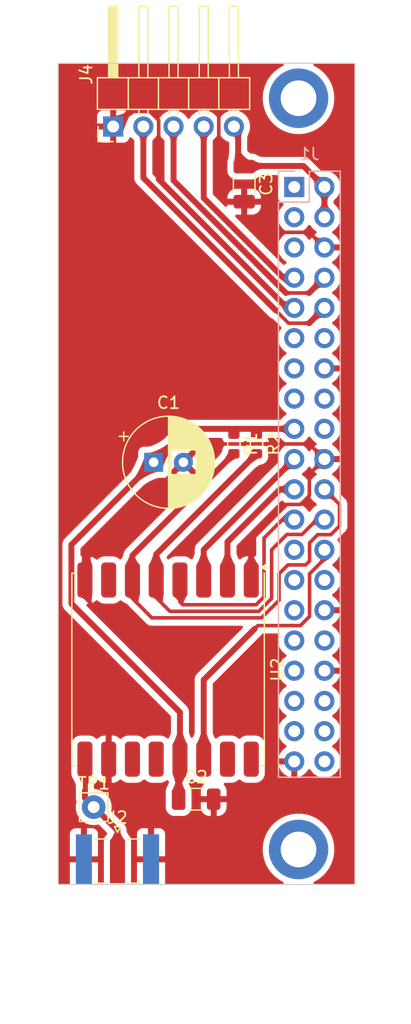
<source format=kicad_pcb>
(kicad_pcb (version 20221018) (generator pcbnew)
  (layers (0 "F.Cu" signal) (31 "B.Cu" signal) (34 "B.Paste" user) (35 "F.Paste" user) (36 "B.SilkS" user "B.Silkscreen") (37 "F.SilkS" user "F.Silkscreen") (38 "B.Mask" user) (39 "F.Mask" user) (44 "Edge.Cuts" user))
  (net 0 "")
  (net 1 "+3V3")
  (net 2 "GND")
  (net 3 "+5V")
  (net 15 "/IRQ")
  (net 16 "/RESET")
  (net 17 "/SPI0_MOSI")
  (net 18 "/SPI0_MISO")
  (net 20 "/SPI0_CLK")
  (net 21 "/SPI0_CS0")
  (net 27 "/U_RX")
  (net 28 "/U_TX")
  (net 29 "/PPS_IN")
  (net 33 "Net-(J2-In)")
  (footprint "Resistor_SMD:R_0603_1608Metric" (layer "F.Cu") (at 171.705 112.99 -90)
    (fp_text reference "R2" (at 0 -1.43 90) (layer "F.SilkS"))
    (fp_text value "104")
    (fp_line (start -0.237258 -0.5225) (end 0.237258 -0.5225) (stroke (width 0.12)) (layer "F.SilkS"))
    (fp_line (start -0.237258 0.5225) (end 0.237258 0.5225) (stroke (width 0.12)) (layer "F.SilkS"))
    (pad "1" smd roundrect (at -0.825 0 270) (size 0.8 0.95) (layers "F.Cu" "F.Paste" "F.Mask") (net 1 "+3V3"))
    (pad "2" smd roundrect (at 0.825 0 270) (size 0.8 0.95) (layers "F.Cu" "F.Paste" "F.Mask") (net 21 "/SPI0_CS0"))
  )
  (footprint "Resistor_SMD:R_0603_1608Metric" (layer "F.Cu") (at 169.8 112.99 -90)
    (fp_text reference "R1" (at 0 -1.43 90) (layer "F.SilkS"))
    (fp_text value "104")
    (fp_line (start -0.237258 -0.5225) (end 0.237258 -0.5225) (stroke (width 0.12)) (layer "F.SilkS"))
    (fp_line (start -0.237258 0.5225) (end 0.237258 0.5225) (stroke (width 0.12)) (layer "F.SilkS"))
    (pad "1" smd roundrect (at -0.825 0 270) (size 0.8 0.95) (layers "F.Cu" "F.Paste" "F.Mask") (net 1 "+3V3"))
    (pad "2" smd roundrect (at 0.825 0 270) (size 0.8 0.95) (layers "F.Cu" "F.Paste" "F.Mask") (net 16 "/RESET"))
  )
  (footprint "Connector_Coaxial:SMA_Samtec_SMA-J-P-X-ST-EM1_EdgeMount" (layer "F.Cu") (at 160 147.8875)
    (fp_text reference "J2" (at 0 -3.5) (layer "F.SilkS"))
    (fp_text value "Conn_Coaxial")
    (fp_line (start -1.95 -1.71) (end -0.84 -1.71) (stroke (width 0.12)) (layer "F.SilkS"))
    (fp_line (start -1.95 2) (end -0.84 2) (stroke (width 0.12)) (layer "F.SilkS"))
    (fp_line (start -0.25 -2.76) (end 0 -2.26) (stroke (width 0.12)) (layer "F.SilkS"))
    (fp_line (start 0 -2.26) (end 0.25 -2.76) (stroke (width 0.12)) (layer "F.SilkS"))
    (fp_line (start 0.25 -2.76) (end -0.25 -2.76) (stroke (width 0.12)) (layer "F.SilkS"))
    (fp_line (start 0.84 -1.71) (end 1.95 -1.71) (stroke (width 0.12)) (layer "F.SilkS"))
    (fp_line (start 0.84 2) (end 1.95 2) (stroke (width 0.12)) (layer "F.SilkS"))
    (pad "1" smd rect (at 0 0.2) (size 1.27 3.6) (layers "F.Cu" "F.Paste" "F.Mask") (net 33 "Net-(J2-In)"))
    (pad "2" smd rect (at -2.825 0) (size 1.35 4.2) (layers "F.Cu" "F.Paste" "F.Mask") (net 2 "GND"))
    (pad "2" smd rect (at -2.825 0) (size 1.35 4.2) (layers "B.Cu" "B.Paste" "B.Mask") (net 2 "GND"))
    (pad "2" smd rect (at 2.825 0) (size 1.35 4.2) (layers "F.Cu" "F.Paste" "F.Mask") (net 2 "GND"))
    (pad "2" smd rect (at 2.825 0) (size 1.35 4.2) (layers "B.Cu" "B.Paste" "B.Mask") (net 2 "GND"))
  )
  (footprint "Connector_PinHeader_2.54mm:PinHeader_1x05_P2.54mm_Horizontal" (layer "F.Cu") (at 159.64 86.32 90)
    (fp_text reference "J4" (at 4.385 -2.27 90) (layer "F.SilkS"))
    (fp_text value "Conn_01x05_Pin")
    (fp_line (start -1.27 -1.27) (end 0 -1.27) (stroke (width 0.12)) (layer "F.SilkS"))
    (fp_line (start -1.27 0) (end -1.27 -1.27) (stroke (width 0.12)) (layer "F.SilkS"))
    (fp_line (start 1.042929 2.16) (end 1.44 2.16) (stroke (width 0.12)) (layer "F.SilkS"))
    (fp_line (start 1.042929 2.92) (end 1.44 2.92) (stroke (width 0.12)) (layer "F.SilkS"))
    (fp_line (start 1.042929 4.7) (end 1.44 4.7) (stroke (width 0.12)) (layer "F.SilkS"))
    (fp_line (start 1.042929 5.46) (end 1.44 5.46) (stroke (width 0.12)) (layer "F.SilkS"))
    (fp_line (start 1.042929 7.24) (end 1.44 7.24) (stroke (width 0.12)) (layer "F.SilkS"))
    (fp_line (start 1.042929 8) (end 1.44 8) (stroke (width 0.12)) (layer "F.SilkS"))
    (fp_line (start 1.042929 9.78) (end 1.44 9.78) (stroke (width 0.12)) (layer "F.SilkS"))
    (fp_line (start 1.042929 10.54) (end 1.44 10.54) (stroke (width 0.12)) (layer "F.SilkS"))
    (fp_line (start 1.11 -0.38) (end 1.44 -0.38) (stroke (width 0.12)) (layer "F.SilkS"))
    (fp_line (start 1.11 0.38) (end 1.44 0.38) (stroke (width 0.12)) (layer "F.SilkS"))
    (fp_line (start 1.44 -1.33) (end 1.44 11.49) (stroke (width 0.12)) (layer "F.SilkS"))
    (fp_line (start 1.44 1.27) (end 4.1 1.27) (stroke (width 0.12)) (layer "F.SilkS"))
    (fp_line (start 1.44 3.81) (end 4.1 3.81) (stroke (width 0.12)) (layer "F.SilkS"))
    (fp_line (start 1.44 6.35) (end 4.1 6.35) (stroke (width 0.12)) (layer "F.SilkS"))
    (fp_line (start 1.44 8.89) (end 4.1 8.89) (stroke (width 0.12)) (layer "F.SilkS"))
    (fp_line (start 1.44 11.49) (end 4.1 11.49) (stroke (width 0.12)) (layer "F.SilkS"))
    (fp_line (start 4.1 -1.33) (end 1.44 -1.33) (stroke (width 0.12)) (layer "F.SilkS"))
    (fp_line (start 4.1 -0.38) (end 10.1 -0.38) (stroke (width 0.12)) (layer "F.SilkS"))
    (fp_line (start 4.1 -0.32) (end 10.1 -0.32) (stroke (width 0.12)) (layer "F.SilkS"))
    (fp_line (start 4.1 -0.2) (end 10.1 -0.2) (stroke (width 0.12)) (layer "F.SilkS"))
    (fp_line (start 4.1 -0.08) (end 10.1 -0.08) (stroke (width 0.12)) (layer "F.SilkS"))
    (fp_line (start 4.1 0.04) (end 10.1 0.04) (stroke (width 0.12)) (layer "F.SilkS"))
    (fp_line (start 4.1 0.16) (end 10.1 0.16) (stroke (width 0.12)) (layer "F.SilkS"))
    (fp_line (start 4.1 0.28) (end 10.1 0.28) (stroke (width 0.12)) (layer "F.SilkS"))
    (fp_line (start 4.1 2.16) (end 10.1 2.16) (stroke (width 0.12)) (layer "F.SilkS"))
    (fp_line (start 4.1 4.7) (end 10.1 4.7) (stroke (width 0.12)) (layer "F.SilkS"))
    (fp_line (start 4.1 7.24) (end 10.1 7.24) (stroke (width 0.12)) (layer "F.SilkS"))
    (fp_line (start 4.1 9.78) (end 10.1 9.78) (stroke (width 0.12)) (layer "F.SilkS"))
    (fp_line (start 4.1 11.49) (end 4.1 -1.33) (stroke (width 0.12)) (layer "F.SilkS"))
    (fp_line (start 10.1 -0.38) (end 10.1 0.38) (stroke (width 0.12)) (layer "F.SilkS"))
    (fp_line (start 10.1 0.38) (end 4.1 0.38) (stroke (width 0.12)) (layer "F.SilkS"))
    (fp_line (start 10.1 2.16) (end 10.1 2.92) (stroke (width 0.12)) (layer "F.SilkS"))
    (fp_line (start 10.1 2.92) (end 4.1 2.92) (stroke (width 0.12)) (layer "F.SilkS"))
    (fp_line (start 10.1 4.7) (end 10.1 5.46) (stroke (width 0.12)) (layer "F.SilkS"))
    (fp_line (start 10.1 5.46) (end 4.1 5.46) (stroke (width 0.12)) (layer "F.SilkS"))
    (fp_line (start 10.1 7.24) (end 10.1 8) (stroke (width 0.12)) (layer "F.SilkS"))
    (fp_line (start 10.1 8) (end 4.1 8) (stroke (width 0.12)) (layer "F.SilkS"))
    (fp_line (start 10.1 9.78) (end 10.1 10.54) (stroke (width 0.12)) (layer "F.SilkS"))
    (fp_line (start 10.1 10.54) (end 4.1 10.54) (stroke (width 0.12)) (layer "F.SilkS"))
    (pad "1" thru_hole rect (at 0 0 90) (size 1.7 1.7) (drill 1) (layers "*.Cu" "*.Mask") (net 2 "GND"))
    (pad "2" thru_hole oval (at 0 2.54 90) (size 1.7 1.7) (drill 1) (layers "*.Cu" "*.Mask") (net 27 "/U_RX"))
    (pad "3" thru_hole oval (at 0 5.08 90) (size 1.7 1.7) (drill 1) (layers "*.Cu" "*.Mask") (net 28 "/U_TX"))
    (pad "4" thru_hole oval (at 0 7.62 90) (size 1.7 1.7) (drill 1) (layers "*.Cu" "*.Mask") (net 29 "/PPS_IN"))
    (pad "5" thru_hole oval (at 0 10.16 90) (size 1.7 1.7) (drill 1) (layers "*.Cu" "*.Mask") (net 3 "+5V"))
  )
  (footprint "Capacitor_SMD:C_1206_3216Metric" (layer "F.Cu") (at 166.625 142.835)
    (fp_text reference "C2" (at 0 -1.85) (layer "F.SilkS"))
    (fp_text value "106")
    (fp_line (start -0.711252 -0.91) (end 0.711252 -0.91) (stroke (width 0.12)) (layer "F.SilkS"))
    (fp_line (start -0.711252 0.91) (end 0.711252 0.91) (stroke (width 0.12)) (layer "F.SilkS"))
    (pad "1" smd roundrect (at -1.475 0) (size 1.15 1.8) (layers "F.Cu" "F.Paste" "F.Mask") (roundrect_rratio 0.2173913043) (net 1 "+3V3"))
    (pad "2" smd roundrect (at 1.475 0) (size 1.15 1.8) (layers "F.Cu" "F.Paste" "F.Mask") (roundrect_rratio 0.2173913043) (net 2 "GND"))
  )
  (footprint "Capacitor_THT:CP_Radial_D7.5mm_P2.50mm" (layer "F.Cu") (at 163.048 114.528)
    (fp_text reference "C1" (at 1.25 -5) (layer "F.SilkS"))
    (fp_text value "47uF")
    (fp_line (start -2.892211 -2.175) (end -2.142211 -2.175) (stroke (width 0.12)) (layer "F.SilkS"))
    (fp_line (start -2.517211 -2.55) (end -2.517211 -1.8) (stroke (width 0.12)) (layer "F.SilkS"))
    (fp_line (start 1.25 -3.83) (end 1.25 3.83) (stroke (width 0.12)) (layer "F.SilkS"))
    (fp_line (start 1.29 -3.83) (end 1.29 3.83) (stroke (width 0.12)) (layer "F.SilkS"))
    (fp_line (start 1.33 -3.83) (end 1.33 3.83) (stroke (width 0.12)) (layer "F.SilkS"))
    (fp_line (start 1.37 -3.829) (end 1.37 3.829) (stroke (width 0.12)) (layer "F.SilkS"))
    (fp_line (start 1.41 -3.827) (end 1.41 3.827) (stroke (width 0.12)) (layer "F.SilkS"))
    (fp_line (start 1.45 -3.825) (end 1.45 3.825) (stroke (width 0.12)) (layer "F.SilkS"))
    (fp_line (start 1.49 -3.823) (end 1.49 -1.04) (stroke (width 0.12)) (layer "F.SilkS"))
    (fp_line (start 1.49 1.04) (end 1.49 3.823) (stroke (width 0.12)) (layer "F.SilkS"))
    (fp_line (start 1.53 -3.82) (end 1.53 -1.04) (stroke (width 0.12)) (layer "F.SilkS"))
    (fp_line (start 1.53 1.04) (end 1.53 3.82) (stroke (width 0.12)) (layer "F.SilkS"))
    (fp_line (start 1.57 -3.817) (end 1.57 -1.04) (stroke (width 0.12)) (layer "F.SilkS"))
    (fp_line (start 1.57 1.04) (end 1.57 3.817) (stroke (width 0.12)) (layer "F.SilkS"))
    (fp_line (start 1.61 -3.814) (end 1.61 -1.04) (stroke (width 0.12)) (layer "F.SilkS"))
    (fp_line (start 1.61 1.04) (end 1.61 3.814) (stroke (width 0.12)) (layer "F.SilkS"))
    (fp_line (start 1.65 -3.81) (end 1.65 -1.04) (stroke (width 0.12)) (layer "F.SilkS"))
    (fp_line (start 1.65 1.04) (end 1.65 3.81) (stroke (width 0.12)) (layer "F.SilkS"))
    (fp_line (start 1.69 -3.805) (end 1.69 -1.04) (stroke (width 0.12)) (layer "F.SilkS"))
    (fp_line (start 1.69 1.04) (end 1.69 3.805) (stroke (width 0.12)) (layer "F.SilkS"))
    (fp_line (start 1.73 -3.801) (end 1.73 -1.04) (stroke (width 0.12)) (layer "F.SilkS"))
    (fp_line (start 1.73 1.04) (end 1.73 3.801) (stroke (width 0.12)) (layer "F.SilkS"))
    (fp_line (start 1.77 -3.795) (end 1.77 -1.04) (stroke (width 0.12)) (layer "F.SilkS"))
    (fp_line (start 1.77 1.04) (end 1.77 3.795) (stroke (width 0.12)) (layer "F.SilkS"))
    (fp_line (start 1.81 -3.79) (end 1.81 -1.04) (stroke (width 0.12)) (layer "F.SilkS"))
    (fp_line (start 1.81 1.04) (end 1.81 3.79) (stroke (width 0.12)) (layer "F.SilkS"))
    (fp_line (start 1.85 -3.784) (end 1.85 -1.04) (stroke (width 0.12)) (layer "F.SilkS"))
    (fp_line (start 1.85 1.04) (end 1.85 3.784) (stroke (width 0.12)) (layer "F.SilkS"))
    (fp_line (start 1.89 -3.777) (end 1.89 -1.04) (stroke (width 0.12)) (layer "F.SilkS"))
    (fp_line (start 1.89 1.04) (end 1.89 3.777) (stroke (width 0.12)) (layer "F.SilkS"))
    (fp_line (start 1.93 -3.77) (end 1.93 -1.04) (stroke (width 0.12)) (layer "F.SilkS"))
    (fp_line (start 1.93 1.04) (end 1.93 3.77) (stroke (width 0.12)) (layer "F.SilkS"))
    (fp_line (start 1.971 -3.763) (end 1.971 -1.04) (stroke (width 0.12)) (layer "F.SilkS"))
    (fp_line (start 1.971 1.04) (end 1.971 3.763) (stroke (width 0.12)) (layer "F.SilkS"))
    (fp_line (start 2.011 -3.755) (end 2.011 -1.04) (stroke (width 0.12)) (layer "F.SilkS"))
    (fp_line (start 2.011 1.04) (end 2.011 3.755) (stroke (width 0.12)) (layer "F.SilkS"))
    (fp_line (start 2.051 -3.747) (end 2.051 -1.04) (stroke (width 0.12)) (layer "F.SilkS"))
    (fp_line (start 2.051 1.04) (end 2.051 3.747) (stroke (width 0.12)) (layer "F.SilkS"))
    (fp_line (start 2.091 -3.738) (end 2.091 -1.04) (stroke (width 0.12)) (layer "F.SilkS"))
    (fp_line (start 2.091 1.04) (end 2.091 3.738) (stroke (width 0.12)) (layer "F.SilkS"))
    (fp_line (start 2.131 -3.729) (end 2.131 -1.04) (stroke (width 0.12)) (layer "F.SilkS"))
    (fp_line (start 2.131 1.04) (end 2.131 3.729) (stroke (width 0.12)) (layer "F.SilkS"))
    (fp_line (start 2.171 -3.72) (end 2.171 -1.04) (stroke (width 0.12)) (layer "F.SilkS"))
    (fp_line (start 2.171 1.04) (end 2.171 3.72) (stroke (width 0.12)) (layer "F.SilkS"))
    (fp_line (start 2.211 -3.71) (end 2.211 -1.04) (stroke (width 0.12)) (layer "F.SilkS"))
    (fp_line (start 2.211 1.04) (end 2.211 3.71) (stroke (width 0.12)) (layer "F.SilkS"))
    (fp_line (start 2.251 -3.699) (end 2.251 -1.04) (stroke (width 0.12)) (layer "F.SilkS"))
    (fp_line (start 2.251 1.04) (end 2.251 3.699) (stroke (width 0.12)) (layer "F.SilkS"))
    (fp_line (start 2.291 -3.688) (end 2.291 -1.04) (stroke (width 0.12)) (layer "F.SilkS"))
    (fp_line (start 2.291 1.04) (end 2.291 3.688) (stroke (width 0.12)) (layer "F.SilkS"))
    (fp_line (start 2.331 -3.677) (end 2.331 -1.04) (stroke (width 0.12)) (layer "F.SilkS"))
    (fp_line (start 2.331 1.04) (end 2.331 3.677) (stroke (width 0.12)) (layer "F.SilkS"))
    (fp_line (start 2.371 -3.665) (end 2.371 -1.04) (stroke (width 0.12)) (layer "F.SilkS"))
    (fp_line (start 2.371 1.04) (end 2.371 3.665) (stroke (width 0.12)) (layer "F.SilkS"))
    (fp_line (start 2.411 -3.653) (end 2.411 -1.04) (stroke (width 0.12)) (layer "F.SilkS"))
    (fp_line (start 2.411 1.04) (end 2.411 3.653) (stroke (width 0.12)) (layer "F.SilkS"))
    (fp_line (start 2.451 -3.64) (end 2.451 -1.04) (stroke (width 0.12)) (layer "F.SilkS"))
    (fp_line (start 2.451 1.04) (end 2.451 3.64) (stroke (width 0.12)) (layer "F.SilkS"))
    (fp_line (start 2.491 -3.626) (end 2.491 -1.04) (stroke (width 0.12)) (layer "F.SilkS"))
    (fp_line (start 2.491 1.04) (end 2.491 3.626) (stroke (width 0.12)) (layer "F.SilkS"))
    (fp_line (start 2.531 -3.613) (end 2.531 -1.04) (stroke (width 0.12)) (layer "F.SilkS"))
    (fp_line (start 2.531 1.04) (end 2.531 3.613) (stroke (width 0.12)) (layer "F.SilkS"))
    (fp_line (start 2.571 -3.598) (end 2.571 -1.04) (stroke (width 0.12)) (layer "F.SilkS"))
    (fp_line (start 2.571 1.04) (end 2.571 3.598) (stroke (width 0.12)) (layer "F.SilkS"))
    (fp_line (start 2.611 -3.584) (end 2.611 -1.04) (stroke (width 0.12)) (layer "F.SilkS"))
    (fp_line (start 2.611 1.04) (end 2.611 3.584) (stroke (width 0.12)) (layer "F.SilkS"))
    (fp_line (start 2.651 -3.568) (end 2.651 -1.04) (stroke (width 0.12)) (layer "F.SilkS"))
    (fp_line (start 2.651 1.04) (end 2.651 3.568) (stroke (width 0.12)) (layer "F.SilkS"))
    (fp_line (start 2.691 -3.553) (end 2.691 -1.04) (stroke (width 0.12)) (layer "F.SilkS"))
    (fp_line (start 2.691 1.04) (end 2.691 3.553) (stroke (width 0.12)) (layer "F.SilkS"))
    (fp_line (start 2.731 -3.536) (end 2.731 -1.04) (stroke (width 0.12)) (layer "F.SilkS"))
    (fp_line (start 2.731 1.04) (end 2.731 3.536) (stroke (width 0.12)) (layer "F.SilkS"))
    (fp_line (start 2.771 -3.52) (end 2.771 -1.04) (stroke (width 0.12)) (layer "F.SilkS"))
    (fp_line (start 2.771 1.04) (end 2.771 3.52) (stroke (width 0.12)) (layer "F.SilkS"))
    (fp_line (start 2.811 -3.502) (end 2.811 -1.04) (stroke (width 0.12)) (layer "F.SilkS"))
    (fp_line (start 2.811 1.04) (end 2.811 3.502) (stroke (width 0.12)) (layer "F.SilkS"))
    (fp_line (start 2.851 -3.484) (end 2.851 -1.04) (stroke (width 0.12)) (layer "F.SilkS"))
    (fp_line (start 2.851 1.04) (end 2.851 3.484) (stroke (width 0.12)) (layer "F.SilkS"))
    (fp_line (start 2.891 -3.466) (end 2.891 -1.04) (stroke (width 0.12)) (layer "F.SilkS"))
    (fp_line (start 2.891 1.04) (end 2.891 3.466) (stroke (width 0.12)) (layer "F.SilkS"))
    (fp_line (start 2.931 -3.447) (end 2.931 -1.04) (stroke (width 0.12)) (layer "F.SilkS"))
    (fp_line (start 2.931 1.04) (end 2.931 3.447) (stroke (width 0.12)) (layer "F.SilkS"))
    (fp_line (start 2.971 -3.427) (end 2.971 -1.04) (stroke (width 0.12)) (layer "F.SilkS"))
    (fp_line (start 2.971 1.04) (end 2.971 3.427) (stroke (width 0.12)) (layer "F.SilkS"))
    (fp_line (start 3.011 -3.407) (end 3.011 -1.04) (stroke (width 0.12)) (layer "F.SilkS"))
    (fp_line (start 3.011 1.04) (end 3.011 3.407) (stroke (width 0.12)) (layer "F.SilkS"))
    (fp_line (start 3.051 -3.386) (end 3.051 -1.04) (stroke (width 0.12)) (layer "F.SilkS"))
    (fp_line (start 3.051 1.04) (end 3.051 3.386) (stroke (width 0.12)) (layer "F.SilkS"))
    (fp_line (start 3.091 -3.365) (end 3.091 -1.04) (stroke (width 0.12)) (layer "F.SilkS"))
    (fp_line (start 3.091 1.04) (end 3.091 3.365) (stroke (width 0.12)) (layer "F.SilkS"))
    (fp_line (start 3.131 -3.343) (end 3.131 -1.04) (stroke (width 0.12)) (layer "F.SilkS"))
    (fp_line (start 3.131 1.04) (end 3.131 3.343) (stroke (width 0.12)) (layer "F.SilkS"))
    (fp_line (start 3.171 -3.321) (end 3.171 -1.04) (stroke (width 0.12)) (layer "F.SilkS"))
    (fp_line (start 3.171 1.04) (end 3.171 3.321) (stroke (width 0.12)) (layer "F.SilkS"))
    (fp_line (start 3.211 -3.297) (end 3.211 -1.04) (stroke (width 0.12)) (layer "F.SilkS"))
    (fp_line (start 3.211 1.04) (end 3.211 3.297) (stroke (width 0.12)) (layer "F.SilkS"))
    (fp_line (start 3.251 -3.274) (end 3.251 -1.04) (stroke (width 0.12)) (layer "F.SilkS"))
    (fp_line (start 3.251 1.04) (end 3.251 3.274) (stroke (width 0.12)) (layer "F.SilkS"))
    (fp_line (start 3.291 -3.249) (end 3.291 -1.04) (stroke (width 0.12)) (layer "F.SilkS"))
    (fp_line (start 3.291 1.04) (end 3.291 3.249) (stroke (width 0.12)) (layer "F.SilkS"))
    (fp_line (start 3.331 -3.224) (end 3.331 -1.04) (stroke (width 0.12)) (layer "F.SilkS"))
    (fp_line (start 3.331 1.04) (end 3.331 3.224) (stroke (width 0.12)) (layer "F.SilkS"))
    (fp_line (start 3.371 -3.198) (end 3.371 -1.04) (stroke (width 0.12)) (layer "F.SilkS"))
    (fp_line (start 3.371 1.04) (end 3.371 3.198) (stroke (width 0.12)) (layer "F.SilkS"))
    (fp_line (start 3.411 -3.172) (end 3.411 -1.04) (stroke (width 0.12)) (layer "F.SilkS"))
    (fp_line (start 3.411 1.04) (end 3.411 3.172) (stroke (width 0.12)) (layer "F.SilkS"))
    (fp_line (start 3.451 -3.144) (end 3.451 -1.04) (stroke (width 0.12)) (layer "F.SilkS"))
    (fp_line (start 3.451 1.04) (end 3.451 3.144) (stroke (width 0.12)) (layer "F.SilkS"))
    (fp_line (start 3.491 -3.116) (end 3.491 -1.04) (stroke (width 0.12)) (layer "F.SilkS"))
    (fp_line (start 3.491 1.04) (end 3.491 3.116) (stroke (width 0.12)) (layer "F.SilkS"))
    (fp_line (start 3.531 -3.088) (end 3.531 -1.04) (stroke (width 0.12)) (layer "F.SilkS"))
    (fp_line (start 3.531 1.04) (end 3.531 3.088) (stroke (width 0.12)) (layer "F.SilkS"))
    (fp_line (start 3.571 -3.058) (end 3.571 3.058) (stroke (width 0.12)) (layer "F.SilkS"))
    (fp_line (start 3.611 -3.028) (end 3.611 3.028) (stroke (width 0.12)) (layer "F.SilkS"))
    (fp_line (start 3.651 -2.996) (end 3.651 2.996) (stroke (width 0.12)) (layer "F.SilkS"))
    (fp_line (start 3.691 -2.964) (end 3.691 2.964) (stroke (width 0.12)) (layer "F.SilkS"))
    (fp_line (start 3.731 -2.931) (end 3.731 2.931) (stroke (width 0.12)) (layer "F.SilkS"))
    (fp_line (start 3.771 -2.898) (end 3.771 2.898) (stroke (width 0.12)) (layer "F.SilkS"))
    (fp_line (start 3.811 -2.863) (end 3.811 2.863) (stroke (width 0.12)) (layer "F.SilkS"))
    (fp_line (start 3.851 -2.827) (end 3.851 2.827) (stroke (width 0.12)) (layer "F.SilkS"))
    (fp_line (start 3.891 -2.79) (end 3.891 2.79) (stroke (width 0.12)) (layer "F.SilkS"))
    (fp_line (start 3.931 -2.752) (end 3.931 2.752) (stroke (width 0.12)) (layer "F.SilkS"))
    (fp_line (start 3.971 -2.713) (end 3.971 2.713) (stroke (width 0.12)) (layer "F.SilkS"))
    (fp_line (start 4.011 -2.673) (end 4.011 2.673) (stroke (width 0.12)) (layer "F.SilkS"))
    (fp_line (start 4.051 -2.632) (end 4.051 2.632) (stroke (width 0.12)) (layer "F.SilkS"))
    (fp_line (start 4.091 -2.589) (end 4.091 2.589) (stroke (width 0.12)) (layer "F.SilkS"))
    (fp_line (start 4.131 -2.546) (end 4.131 2.546) (stroke (width 0.12)) (layer "F.SilkS"))
    (fp_line (start 4.171 -2.5) (end 4.171 2.5) (stroke (width 0.12)) (layer "F.SilkS"))
    (fp_line (start 4.211 -2.454) (end 4.211 2.454) (stroke (width 0.12)) (layer "F.SilkS"))
    (fp_line (start 4.251 -2.405) (end 4.251 2.405) (stroke (width 0.12)) (layer "F.SilkS"))
    (fp_line (start 4.291 -2.355) (end 4.291 2.355) (stroke (width 0.12)) (layer "F.SilkS"))
    (fp_line (start 4.331 -2.304) (end 4.331 2.304) (stroke (width 0.12)) (layer "F.SilkS"))
    (fp_line (start 4.371 -2.25) (end 4.371 2.25) (stroke (width 0.12)) (layer "F.SilkS"))
    (fp_line (start 4.411 -2.195) (end 4.411 2.195) (stroke (width 0.12)) (layer "F.SilkS"))
    (fp_line (start 4.451 -2.137) (end 4.451 2.137) (stroke (width 0.12)) (layer "F.SilkS"))
    (fp_line (start 4.491 -2.077) (end 4.491 2.077) (stroke (width 0.12)) (layer "F.SilkS"))
    (fp_line (start 4.531 -2.014) (end 4.531 2.014) (stroke (width 0.12)) (layer "F.SilkS"))
    (fp_line (start 4.571 -1.949) (end 4.571 1.949) (stroke (width 0.12)) (layer "F.SilkS"))
    (fp_line (start 4.611 -1.881) (end 4.611 1.881) (stroke (width 0.12)) (layer "F.SilkS"))
    (fp_line (start 4.651 -1.809) (end 4.651 1.809) (stroke (width 0.12)) (layer "F.SilkS"))
    (fp_line (start 4.691 -1.733) (end 4.691 1.733) (stroke (width 0.12)) (layer "F.SilkS"))
    (fp_line (start 4.731 -1.654) (end 4.731 1.654) (stroke (width 0.12)) (layer "F.SilkS"))
    (fp_line (start 4.771 -1.569) (end 4.771 1.569) (stroke (width 0.12)) (layer "F.SilkS"))
    (fp_line (start 4.811 -1.478) (end 4.811 1.478) (stroke (width 0.12)) (layer "F.SilkS"))
    (fp_line (start 4.851 -1.381) (end 4.851 1.381) (stroke (width 0.12)) (layer "F.SilkS"))
    (fp_line (start 4.891 -1.275) (end 4.891 1.275) (stroke (width 0.12)) (layer "F.SilkS"))
    (fp_line (start 4.931 -1.158) (end 4.931 1.158) (stroke (width 0.12)) (layer "F.SilkS"))
    (fp_line (start 4.971 -1.028) (end 4.971 1.028) (stroke (width 0.12)) (layer "F.SilkS"))
    (fp_line (start 5.011 -0.877) (end 5.011 0.877) (stroke (width 0.12)) (layer "F.SilkS"))
    (fp_line (start 5.051 -0.693) (end 5.051 0.693) (stroke (width 0.12)) (layer "F.SilkS"))
    (fp_line (start 5.091 -0.441) (end 5.091 0.441) (stroke (width 0.12)) (layer "F.SilkS"))
    (fp_circle (center 1.25 0) (end 5.12 0) (stroke (width 0.12)) (fill none) (layer "F.SilkS"))
    (pad "1" thru_hole rect (at 0 0) (size 1.6 1.6) (drill 0.8) (layers "*.Cu" "*.Mask") (net 1 "+3V3"))
    (pad "2" thru_hole circle (at 2.5 0) (size 1.6 1.6) (drill 0.8) (layers "*.Cu" "*.Mask") (net 2 "GND"))
  )
  (footprint "Capacitor_SMD:C_1206_3216Metric" (layer "F.Cu") (at 170.668 91.16 -90)
    (fp_text reference "C3" (at 0 -1.85 90) (layer "F.SilkS"))
    (fp_text value "106")
    (fp_line (start -0.711252 -0.91) (end 0.711252 -0.91) (stroke (width 0.12)) (layer "F.SilkS"))
    (fp_line (start -0.711252 0.91) (end 0.711252 0.91) (stroke (width 0.12)) (layer "F.SilkS"))
    (pad "1" smd roundrect (at -1.475 0 270) (size 1.15 1.8) (layers "F.Cu" "F.Paste" "F.Mask") (roundrect_rratio 0.2173913043) (net 3 "+5V"))
    (pad "2" smd roundrect (at 1.475 0 270) (size 1.15 1.8) (layers "F.Cu" "F.Paste" "F.Mask") (roundrect_rratio 0.2173913043) (net 2 "GND"))
  )
  (footprint "RF_Module:HOPERF_RFM9XW_SMD" (layer "F.Cu") (at 164.26 131.945 -90)
    (fp_text reference "U2" (at 0 -9.2 90) (layer "F.SilkS"))
    (fp_text value "RFM95W-868S2")
    (fp_line (start -8.1 -8.1) (end 8.1 -8.1) (stroke (width 0.12)) (layer "F.SilkS"))
    (fp_line (start -8.1 7.7) (end -8.1 8.1) (stroke (width 0.12)) (layer "F.SilkS"))
    (fp_line (start -8.1 8.1) (end 8.1 8.1) (stroke (width 0.12)) (layer "F.SilkS"))
    (fp_line (start 8.1 -8.1) (end 8.1 -7.7) (stroke (width 0.12)) (layer "F.SilkS"))
    (fp_line (start 8.1 8.1) (end 8.1 7.7) (stroke (width 0.12)) (layer "F.SilkS"))
    (fp_poly (pts (xy -8.6 -7.9) (xy -8.84 -8.236) (xy -8.36 -8.236) (xy -8.6 -7.9)) (stroke (width 0.12)) (fill solid) (layer "F.SilkS"))
    (pad "1" smd roundrect (at -7.525 -7 270) (size 2.95 1.27) (layers "F.Cu" "F.Paste" "F.Mask") (net 2 "GND"))
    (pad "2" smd roundrect (at -7.525 -5 270) (size 2.95 1.27) (layers "F.Cu" "F.Paste" "F.Mask") (net 18 "/SPI0_MISO"))
    (pad "3" smd roundrect (at -7.525 -3 270) (size 2.95 1.27) (layers "F.Cu" "F.Paste" "F.Mask") (net 17 "/SPI0_MOSI"))
    (pad "4" smd roundrect (at -7.525 -1 270) (size 2.95 1.27) (layers "F.Cu" "F.Paste" "F.Mask") (net 20 "/SPI0_CLK"))
    (pad "5" smd roundrect (at -7.525 1 270) (size 2.95 1.27) (layers "F.Cu" "F.Paste" "F.Mask") (net 21 "/SPI0_CS0"))
    (pad "6" smd roundrect (at -7.525 3 270) (size 2.95 1.27) (layers "F.Cu" "F.Paste" "F.Mask") (net 16 "/RESET"))
    (pad "7" smd roundrect (at -7.525 5 270) (size 2.95 1.27) (layers "F.Cu" "F.Paste" "F.Mask"))
    (pad "8" smd roundrect (at -7.525 7 270) (size 2.95 1.27) (layers "F.Cu" "F.Paste" "F.Mask") (net 2 "GND"))
    (pad "9" smd roundrect (at 7.525 7 270) (size 2.95 1.27) (layers "F.Cu" "F.Paste" "F.Mask") (net 33 "Net-(J2-In)"))
    (pad "10" smd roundrect (at 7.525 5 270) (size 2.95 1.27) (layers "F.Cu" "F.Paste" "F.Mask") (net 2 "GND"))
    (pad "11" smd roundrect (at 7.525 3 270) (size 2.95 1.27) (layers "F.Cu" "F.Paste" "F.Mask"))
    (pad "12" smd roundrect (at 7.525 1 270) (size 2.95 1.27) (layers "F.Cu" "F.Paste" "F.Mask"))
    (pad "13" smd roundrect (at 7.525 -1 270) (size 2.95 1.27) (layers "F.Cu" "F.Paste" "F.Mask") (net 1 "+3V3"))
    (pad "14" smd roundrect (at 7.525 -3 270) (size 2.95 1.27) (layers "F.Cu" "F.Paste" "F.Mask") (net 15 "/IRQ"))
    (pad "15" smd roundrect (at 7.525 -5 270) (size 2.95 1.27) (layers "F.Cu" "F.Paste" "F.Mask"))
    (pad "16" smd roundrect (at 7.525 -7 270) (size 2.95 1.27) (layers "F.Cu" "F.Paste" "F.Mask"))
  )
  (footprint "TestPoint:TestPoint_THTPad_2.0x2.0mm_Drill1.0mm" (layer "F.Cu") (at 158 143.5)
    (fp_text reference "TP1" (at 0 -1.998) (layer "F.SilkS"))
    (fp_text value "TestPoint")
    (fp_line (start -1.2 -1.2) (end 1.2 -1.2) (stroke (width 0.12)) (layer "F.SilkS"))
    (fp_line (start -1.2 1.2) (end -1.2 -1.2) (stroke (width 0.12)) (layer "F.SilkS"))
    (fp_line (start 1.2 -1.2) (end 1.2 1.2) (stroke (width 0.12)) (layer "F.SilkS"))
    (fp_line (start 1.2 1.2) (end -1.2 1.2) (stroke (width 0.12)) (layer "F.SilkS"))
    (pad "1" thru_hole circle (at 0 0) (size 2 2) (drill 1) (layers "*.Cu" "*.Mask") (net 33 "Net-(J2-In)"))
  )
  (footprint "Connector_PinSocket_2.54mm:PinSocket_2x20_P2.54mm_Vertical" (layer "B.Cu") (at 174.88 91.4 180)
    (fp_text reference "J1" (at -1.27 2.77) (layer "B.SilkS") (effects (justify mirror)))
    (fp_text value "Conn_02x20_Odd_Even")
    (fp_line (start -3.87 -49.59) (end 1.33 -49.59) (stroke (width 0.12)) (layer "B.SilkS"))
    (fp_line (start -3.87 1.33) (end -3.87 -49.59) (stroke (width 0.12)) (layer "B.SilkS"))
    (fp_line (start -3.87 1.33) (end -1.27 1.33) (stroke (width 0.12)) (layer "B.SilkS"))
    (fp_line (start -1.27 -1.27) (end 1.33 -1.27) (stroke (width 0.12)) (layer "B.SilkS"))
    (fp_line (start -1.27 1.33) (end -1.27 -1.27) (stroke (width 0.12)) (layer "B.SilkS"))
    (fp_line (start 0 1.33) (end 1.33 1.33) (stroke (width 0.12)) (layer "B.SilkS"))
    (fp_line (start 1.33 -1.27) (end 1.33 -49.59) (stroke (width 0.12)) (layer "B.SilkS"))
    (fp_line (start 1.33 1.33) (end 1.33 0) (stroke (width 0.12)) (layer "B.SilkS"))
    (pad "1" thru_hole rect (at 0 0 180) (size 1.7 1.7) (drill 1) (layers "*.Cu" "*.Mask"))
    (pad "2" thru_hole oval (at -2.54 0 180) (size 1.7 1.7) (drill 1) (layers "*.Cu" "*.Mask") (net 3 "+5V"))
    (pad "3" thru_hole oval (at 0 -2.54 180) (size 1.7 1.7) (drill 1) (layers "*.Cu" "*.Mask"))
    (pad "4" thru_hole oval (at -2.54 -2.54 180) (size 1.7 1.7) (drill 1) (layers "*.Cu" "*.Mask") (net 3 "+5V"))
    (pad "5" thru_hole oval (at 0 -5.08 180) (size 1.7 1.7) (drill 1) (layers "*.Cu" "*.Mask"))
    (pad "6" thru_hole oval (at -2.54 -5.08 180) (size 1.7 1.7) (drill 1) (layers "*.Cu" "*.Mask") (net 2 "GND"))
    (pad "7" thru_hole oval (at 0 -7.62 180) (size 1.7 1.7) (drill 1) (layers "*.Cu" "*.Mask") (net 29 "/PPS_IN"))
    (pad "8" thru_hole oval (at -2.54 -7.62 180) (size 1.7 1.7) (drill 1) (layers "*.Cu" "*.Mask") (net 28 "/U_TX"))
    (pad "9" thru_hole oval (at 0 -10.16 180) (size 1.7 1.7) (drill 1) (layers "*.Cu" "*.Mask") (net 2 "GND"))
    (pad "10" thru_hole oval (at -2.54 -10.16 180) (size 1.7 1.7) (drill 1) (layers "*.Cu" "*.Mask") (net 27 "/U_RX"))
    (pad "11" thru_hole oval (at 0 -12.7 180) (size 1.7 1.7) (drill 1) (layers "*.Cu" "*.Mask"))
    (pad "12" thru_hole oval (at -2.54 -12.7 180) (size 1.7 1.7) (drill 1) (layers "*.Cu" "*.Mask"))
    (pad "13" thru_hole oval (at 0 -15.24 180) (size 1.7 1.7) (drill 1) (layers "*.Cu" "*.Mask"))
    (pad "14" thru_hole oval (at -2.54 -15.24 180) (size 1.7 1.7) (drill 1) (layers "*.Cu" "*.Mask") (net 2 "GND"))
    (pad "15" thru_hole oval (at 0 -17.78 180) (size 1.7 1.7) (drill 1) (layers "*.Cu" "*.Mask"))
    (pad "16" thru_hole oval (at -2.54 -17.78 180) (size 1.7 1.7) (drill 1) (layers "*.Cu" "*.Mask"))
    (pad "17" thru_hole oval (at 0 -20.32 180) (size 1.7 1.7) (drill 1) (layers "*.Cu" "*.Mask") (net 1 "+3V3"))
    (pad "18" thru_hole oval (at -2.54 -20.32 180) (size 1.7 1.7) (drill 1) (layers "*.Cu" "*.Mask"))
    (pad "19" thru_hole oval (at 0 -22.86 180) (size 1.7 1.7) (drill 1) (layers "*.Cu" "*.Mask") (net 17 "/SPI0_MOSI"))
    (pad "20" thru_hole oval (at -2.54 -22.86 180) (size 1.7 1.7) (drill 1) (layers "*.Cu" "*.Mask") (net 2 "GND"))
    (pad "21" thru_hole oval (at 0 -25.4 180) (size 1.7 1.7) (drill 1) (layers "*.Cu" "*.Mask") (net 18 "/SPI0_MISO"))
    (pad "22" thru_hole oval (at -2.54 -25.4 180) (size 1.7 1.7) (drill 1) (layers "*.Cu" "*.Mask") (net 16 "/RESET"))
    (pad "23" thru_hole oval (at 0 -27.94 180) (size 1.7 1.7) (drill 1) (layers "*.Cu" "*.Mask") (net 20 "/SPI0_CLK"))
    (pad "24" thru_hole oval (at -2.54 -27.94 180) (size 1.7 1.7) (drill 1) (layers "*.Cu" "*.Mask") (net 21 "/SPI0_CS0"))
    (pad "25" thru_hole oval (at 0 -30.48 180) (size 1.7 1.7) (drill 1) (layers "*.Cu" "*.Mask"))
    (pad "26" thru_hole oval (at -2.54 -30.48 180) (size 1.7 1.7) (drill 1) (layers "*.Cu" "*.Mask") (net 15 "/IRQ"))
    (pad "27" thru_hole oval (at 0 -33.02 180) (size 1.7 1.7) (drill 1) (layers "*.Cu" "*.Mask"))
    (pad "28" thru_hole oval (at -2.54 -33.02 180) (size 1.7 1.7) (drill 1) (layers "*.Cu" "*.Mask"))
    (pad "29" thru_hole oval (at 0 -35.56 180) (size 1.7 1.7) (drill 1) (layers "*.Cu" "*.Mask"))
    (pad "30" thru_hole oval (at -2.54 -35.56 180) (size 1.7 1.7) (drill 1) (layers "*.Cu" "*.Mask") (net 2 "GND"))
    (pad "31" thru_hole oval (at 0 -38.1 180) (size 1.7 1.7) (drill 1) (layers "*.Cu" "*.Mask"))
    (pad "32" thru_hole oval (at -2.54 -38.1 180) (size 1.7 1.7) (drill 1) (layers "*.Cu" "*.Mask"))
    (pad "33" thru_hole oval (at 0 -40.64 180) (size 1.7 1.7) (drill 1) (layers "*.Cu" "*.Mask"))
    (pad "34" thru_hole oval (at -2.54 -40.64 180) (size 1.7 1.7) (drill 1) (layers "*.Cu" "*.Mask") (net 2 "GND"))
    (pad "35" thru_hole oval (at 0 -43.18 180) (size 1.7 1.7) (drill 1) (layers "*.Cu" "*.Mask"))
    (pad "36" thru_hole oval (at -2.54 -43.18 180) (size 1.7 1.7) (drill 1) (layers "*.Cu" "*.Mask"))
    (pad "37" thru_hole oval (at 0 -45.72 180) (size 1.7 1.7) (drill 1) (layers "*.Cu" "*.Mask"))
    (pad "38" thru_hole oval (at -2.54 -45.72 180) (size 1.7 1.7) (drill 1) (layers "*.Cu" "*.Mask"))
    (pad "39" thru_hole oval (at 0 -48.26 180) (size 1.7 1.7) (drill 1) (layers "*.Cu" "*.Mask") (net 2 "GND"))
    (pad "40" thru_hole oval (at -2.54 -48.26 180) (size 1.7 1.7) (drill 1) (layers "*.Cu" "*.Mask"))
  )
  (gr_rect (start 155 81) (end 180 150) (stroke (width 0.1)) (fill none) (layer "Edge.Cuts"))
  (via (at 175.24 83.944) (size 5) (drill 3) (layers "F.Cu" "B.Cu") (net 0))
  (via (at 175.24 147.06) (size 5) (drill 3) (layers "F.Cu" "B.Cu") (net 0))
  (segment (start 174.88 111.72) (end 165.856 111.72) (width 0.5) (layer "F.Cu") (net 1))
  (segment (start 165.15 139.58) (end 165.26 139.47) (width 0.3) (layer "F.Cu") (net 1))
  (segment (start 156.125 126.4) (end 156.225 126.5) (width 0.5) (layer "F.Cu") (net 1))
  (segment (start 165.26 135.535) (end 156.225 126.5) (width 0.5) (layer "F.Cu") (net 1))
  (segment (start 156.125 121.451) (end 156.125 126.4) (width 0.5) (layer "F.Cu") (net 1))
  (segment (start 165.856 111.72) (end 163.048 114.528) (width 0.5) (layer "F.Cu") (net 1))
  (segment (start 165.26 139.47) (end 165.26 135.535) (width 0.5) (layer "F.Cu") (net 1))
  (segment (start 165.15 142.835) (end 165.15 139.58) (width 0.5) (layer "F.Cu") (net 1))
  (segment (start 163.048 114.528) (end 156.125 121.451) (width 0.5) (layer "F.Cu") (net 1))
  (segment (start 177.42 96.48) (end 176.15 95.21) (width 0.3) (layer "F.Cu") (net 2))
  (segment (start 174.245 118.07) (end 171.26 121.055) (width 0.3) (layer "F.Cu") (net 2))
  (segment (start 162.717767 85.05) (end 160.91 85.05) (width 0.3) (layer "F.Cu") (net 2))
  (segment (start 175.417767 118.07) (end 174.245 118.07) (width 0.3) (layer "F.Cu") (net 2))
  (segment (start 160.91 85.05) (end 159.64 86.32) (width 0.3) (layer "F.Cu") (net 2))
  (segment (start 167.086 112.99) (end 165.548 114.528) (width 0.3) (layer "F.Cu") (net 2))
  (segment (start 174.280299 101.56) (end 163.47 90.749701) (width 0.5) (layer "F.Cu") (net 2))
  (segment (start 168.529 87.59) (end 168.529 84.415) (width 0.3) (layer "F.Cu") (net 2))
  (segment (start 176.15 117.337767) (end 175.417767 118.07) (width 0.3) (layer "F.Cu") (net 2))
  (segment (start 177.42 114.26) (end 176.15 112.99) (width 0.3) (layer "F.Cu") (net 2))
  (segment (start 157.26 125.895) (end 161.865 130.5) (width 0.3) (layer "F.Cu") (net 2))
  (segment (start 161.865 130.5) (end 165 130.5) (width 0.3) (layer "F.Cu") (net 2))
  (segment (start 176.15 112.99) (end 167.086 112.99) (width 0.3) (layer "F.Cu") (net 2))
  (segment (start 163.47 90.749701) (end 163.47 85.802233) (width 0.3) (layer "F.Cu") (net 2))
  (segment (start 176.15 95.21) (end 173.609 95.21) (width 0.3) (layer "F.Cu") (net 2))
  (segment (start 177.42 114.26) (end 176.15 115.53) (width 0.3) (layer "F.Cu") (net 2))
  (segment (start 163.47 85.802233) (end 162.717767 85.05) (width 0.3) (layer "F.Cu") (net 2))
  (segment (start 174.88 101.56) (end 174.280299 101.56) (width 0.3) (layer "F.Cu") (net 2))
  (segment (start 165.548 114.528) (end 157.26 122.816) (width 0.3) (layer "F.Cu") (net 2))
  (segment (start 171.26 121.055) (end 171.26 124.42) (width 0.3) (layer "F.Cu") (net 2))
  (segment (start 157.26 124.42) (end 157.26 125.895) (width 0.3) (layer "F.Cu") (net 2))
  (segment (start 157.26 122.816) (end 157.26 124.42) (width 0.3) (layer "F.Cu") (net 2))
  (segment (start 176.15 115.53) (end 176.15 117.337767) (width 0.3) (layer "F.Cu") (net 2))
  (segment (start 170.209 89.636) (end 170.16 89.685) (width 0.3) (layer "F.Cu") (net 3))
  (segment (start 177.42 93.94) (end 177.42 91.4) (width 0.5) (layer "F.Cu") (net 3))
  (segment (start 170.16 89.685) (end 170.16 86.68) (width 0.5) (layer "F.Cu") (net 3))
  (segment (start 177.42 91.4) (end 175.656 89.636) (width 0.5) (layer "F.Cu") (net 3))
  (segment (start 175.607 89.636) (end 170.668 89.636) (width 0.5) (layer "F.Cu") (net 3))
  (segment (start 170.16 86.68) (end 169.8 86.32) (width 0.3) (layer "F.Cu") (net 3))
  (segment (start 177.42 121.88) (end 177.42 122.652233) (width 0.3) (layer "F.Cu") (net 15))
  (segment (start 167.26 139.47) (end 167.26 132.812234) (width 0.5) (layer "F.Cu") (net 15))
  (segment (start 176.17 123.902233) (end 176.17 127.477767) (width 0.3) (layer "F.Cu") (net 15))
  (segment (start 175.397767 128.25) (end 171.822233 128.25) (width 0.3) (layer "F.Cu") (net 15))
  (segment (start 167.26 132.812234) (end 171.536117 128.536117) (width 0.5) (layer "F.Cu") (net 15))
  (segment (start 176.17 127.477767) (end 175.397767 128.25) (width 0.3) (layer "F.Cu") (net 15))
  (segment (start 177.42 122.652233) (end 176.17 123.902233) (width 0.3) (layer "F.Cu") (net 15))
  (segment (start 171.822233 128.25) (end 171.536117 128.536117) (width 0.3) (layer "F.Cu") (net 15))
  (segment (start 173.6 126.125333) (end 173.6 123.9) (width 0.3) (layer "F.Cu") (net 16))
  (segment (start 169.8 113.815) (end 161.26 122.355) (width 0.5) (layer "F.Cu") (net 16))
  (segment (start 173.6 123.9) (end 174.35 123.15) (width 0.3) (layer "F.Cu") (net 16))
  (segment (start 177.957767 120.61) (end 178.69 119.877767) (width 0.3) (layer "F.Cu") (net 16))
  (segment (start 161.26 125.965) (end 162.895 127.6) (width 0.3) (layer "F.Cu") (net 16))
  (segment (start 178.69 119.877767) (end 178.69 118.07) (width 0.3) (layer "F.Cu") (net 16))
  (segment (start 174.35 123.15) (end 175.85 123.15) (width 0.3) (layer "F.Cu") (net 16))
  (segment (start 161.26 122.355) (end 161.26 124.42) (width 0.5) (layer "F.Cu") (net 16))
  (segment (start 176.17 122.83) (end 176.17 121.293617) (width 0.3) (layer "F.Cu") (net 16))
  (segment (start 176.17 121.293617) (end 176.853617 120.61) (width 0.3) (layer "F.Cu") (net 16))
  (segment (start 175.85 123.15) (end 176.17 122.83) (width 0.3) (layer "F.Cu") (net 16))
  (segment (start 161.26 124.42) (end 161.26 125.965) (width 0.3) (layer "F.Cu") (net 16))
  (segment (start 176.853617 120.61) (end 177.957767 120.61) (width 0.3) (layer "F.Cu") (net 16))
  (segment (start 162.895 127.6) (end 172.125333 127.6) (width 0.3) (layer "F.Cu") (net 16))
  (segment (start 172.125333 127.6) (end 173.6 126.125333) (width 0.3) (layer "F.Cu") (net 16))
  (segment (start 178.69 118.07) (end 177.42 116.8) (width 0.3) (layer "F.Cu") (net 16))
  (segment (start 174.88 114.26) (end 167.26 121.88) (width 0.5) (layer "F.Cu") (net 17))
  (segment (start 167.26 121.88) (end 167.26 124.42) (width 0.5) (layer "F.Cu") (net 17))
  (segment (start 169.26 121.217919) (end 169.26 124.42) (width 0.5) (layer "F.Cu") (net 18))
  (segment (start 174.88 116.8) (end 173.677919 116.8) (width 0.5) (layer "F.Cu") (net 18))
  (segment (start 173.677919 116.8) (end 169.26 121.217919) (width 0.5) (layer "F.Cu") (net 18))
  (segment (start 174.88 119.34) (end 173.890051 119.34) (width 0.3) (layer "F.Cu") (net 20))
  (segment (start 171.669698 126.5) (end 165.5 126.5) (width 0.3) (layer "F.Cu") (net 20))
  (segment (start 172.34 125.829698) (end 171.669698 126.5) (width 0.3) (layer "F.Cu") (net 20))
  (segment (start 165.5 126.5) (end 165.26 126.26) (width 0.3) (layer "F.Cu") (net 20))
  (segment (start 172.34 120.890051) (end 172.34 125.829698) (width 0.3) (layer "F.Cu") (net 20))
  (segment (start 165.26 126.26) (end 165.26 124.42) (width 0.3) (layer "F.Cu") (net 20))
  (segment (start 173.890051 119.34) (end 172.34 120.890051) (width 0.3) (layer "F.Cu") (net 20))
  (segment (start 175.535 120.59) (end 174.265 120.59) (width 0.3) (layer "F.Cu") (net 21))
  (segment (start 172.975 125.972515) (end 171.897515 127.05) (width 0.3) (layer "F.Cu") (net 21))
  (segment (start 174.265 120.59) (end 172.975 121.88) (width 0.3) (layer "F.Cu") (net 21))
  (segment (start 163.26 122.26) (end 163.26 124.42) (width 0.5) (layer "F.Cu") (net 21))
  (segment (start 177.42 119.34) (end 176.785 119.34) (width 0.3) (layer "F.Cu") (net 21))
  (segment (start 171.705 113.815) (end 163.26 122.26) (width 0.5) (layer "F.Cu") (net 21))
  (segment (start 164.415 127.05) (end 163.26 125.895) (width 0.3) (layer "F.Cu") (net 21))
  (segment (start 172.975 121.88) (end 172.975 125.972515) (width 0.3) (layer "F.Cu") (net 21))
  (segment (start 176.785 119.34) (end 175.535 120.59) (width 0.3) (layer "F.Cu") (net 21))
  (segment (start 171.897515 127.05) (end 164.415 127.05) (width 0.3) (layer "F.Cu") (net 21))
  (segment (start 163.26 125.895) (end 163.26 124.42) (width 0.3) (layer "F.Cu") (net 21))
  (segment (start 173.294117 101.741883) (end 162.18 90.627767) (width 0.5) (layer "F.Cu") (net 27))
  (segment (start 176.136 102.844) (end 174.396233 102.844) (width 0.3) (layer "F.Cu") (net 27))
  (segment (start 174.396233 102.844) (end 173.294117 101.741883) (width 0.3) (layer "F.Cu") (net 27))
  (segment (start 177.42 101.56) (end 176.136 102.844) (width 0.5) (layer "F.Cu") (net 27))
  (segment (start 162.18 90.627767) (end 162.18 86.32) (width 0.5) (layer "F.Cu") (net 27))
  (segment (start 174.175208 100.304) (end 164.72 90.848792) (width 0.5) (layer "F.Cu") (net 28))
  (segment (start 176.136 100.304) (end 174.175208 100.304) (width 0.3) (layer "F.Cu") (net 28))
  (segment (start 164.72 90.848792) (end 164.72 86.32) (width 0.5) (layer "F.Cu") (net 28))
  (segment (start 177.42 99.02) (end 176.136 100.304) (width 0.5) (layer "F.Cu") (net 28))
  (segment (start 174.88 99.02) (end 173.956 99.02) (width 0.3) (layer "F.Cu") (net 29))
  (segment (start 167.26 92.324) (end 167.26 86.32) (width 0.5) (layer "F.Cu") (net 29))
  (segment (start 173.956 99.02) (end 167.26 92.324) (width 0.5) (layer "F.Cu") (net 29))
  (segment (start 157.26 142.71725) (end 157.26 139.47) (width 0.5) (layer "F.Cu") (net 33))
  (segment (start 160 148.0875) (end 160 145.45725) (width 0.5) (layer "F.Cu") (net 33))
  (segment (start 160 145.45725) (end 157.26 142.71725) (width 0.5) (layer "F.Cu") (net 33))
  (zone (net 2) (net_name "GND") (layer "F.Cu") (connect_pads (clearance 0.508)) (min_thickness 0.254) (fill yes (thermal_gap 0.508) (thermal_bridge_width 0.508) (island_removal_mode 2) (island_area_min 5))
    (polygon (pts (xy 180 150) (xy 155 150) (xy 155 81) (xy 180 81)))
  )
)
</source>
